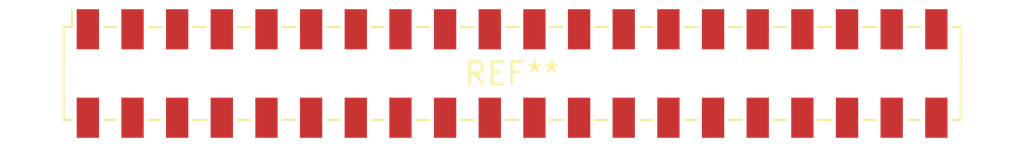
<source format=kicad_pcb>
(kicad_pcb (version 20240108) (generator pcbnew)
  (layers (0 "F.Cu" signal) (31 "B.Cu" signal) (34 "B.Paste" user) (35 "F.Paste" user) (36 "B.SilkS" user "B.Silkscreen") (37 "F.SilkS" user "F.Silkscreen") (38 "B.Mask" user) (39 "F.Mask" user) (44 "Edge.Cuts" user))
  (net 0 "")
  (footprint "Samtec_HLE-120-02-xxx-DV-A_2x20_P2.54mm_Horizontal" (layer "F.Cu") (at 0 0)
    (property "Reference" "REF**")
    (property "Value" "Samtec_HLE-120-02-xxx-DV-A_2x20_P2.54mm_Horizontal")
    (fp_line (start -25.51 -2.65) (end -25.51 2.65) (layer "F.SilkS") (stroke (width 0.12)))
    (fp_line (start -25.51 2.65) (end -25.025 2.65) (layer "F.SilkS") (stroke (width 0.12)))
    (fp_line (start -25.025 -3.67) (end -25.025 -2.65) (layer "F.SilkS") (stroke (width 0.12)))
    (fp_line (start -25.025 -2.65) (end -25.51 -2.65) (layer "F.SilkS") (stroke (width 0.12)))
    (fp_line (start -23.235 -2.65) (end -22.485 -2.65) (layer "F.SilkS") (stroke (width 0.12)))
    (fp_line (start -23.235 2.65) (end -22.485 2.65) (layer "F.SilkS") (stroke (width 0.12)))
    (fp_line (start -20.695 -2.65) (end -19.945 -2.65) (layer "F.SilkS") (stroke (width 0.12)))
    (fp_line (start -20.695 2.65) (end -19.945 2.65) (layer "F.SilkS") (stroke (width 0.12)))
    (fp_line (start -18.155 -2.65) (end -17.405 -2.65) (layer "F.SilkS") (stroke (width 0.12)))
    (fp_line (start -18.155 2.65) (end -17.405 2.65) (layer "F.SilkS") (stroke (width 0.12)))
    (fp_line (start -15.615 -2.65) (end -14.865 -2.65) (layer "F.SilkS") (stroke (width 0.12)))
    (fp_line (start -15.615 2.65) (end -14.865 2.65) (layer "F.SilkS") (stroke (width 0.12)))
    (fp_line (start -13.075 -2.65) (end -12.325 -2.65) (layer "F.SilkS") (stroke (width 0.12)))
    (fp_line (start -13.075 2.65) (end -12.325 2.65) (layer "F.SilkS") (stroke (width 0.12)))
    (fp_line (start -10.535 -2.65) (end -9.785 -2.65) (layer "F.SilkS") (stroke (width 0.12)))
    (fp_line (start -10.535 2.65) (end -9.785 2.65) (layer "F.SilkS") (stroke (width 0.12)))
    (fp_line (start -7.995 -2.65) (end -7.245 -2.65) (layer "F.SilkS") (stroke (width 0.12)))
    (fp_line (start -7.995 2.65) (end -7.245 2.65) (layer "F.SilkS") (stroke (width 0.12)))
    (fp_line (start -5.455 -2.65) (end -4.705 -2.65) (layer "F.SilkS") (stroke (width 0.12)))
    (fp_line (start -5.455 2.65) (end -4.705 2.65) (layer "F.SilkS") (stroke (width 0.12)))
    (fp_line (start -2.915 -2.65) (end -2.165 -2.65) (layer "F.SilkS") (stroke (width 0.12)))
    (fp_line (start -2.915 2.65) (end -2.165 2.65) (layer "F.SilkS") (stroke (width 0.12)))
    (fp_line (start -0.375 -2.65) (end 0.375 -2.65) (layer "F.SilkS") (stroke (width 0.12)))
    (fp_line (start -0.375 2.65) (end 0.375 2.65) (layer "F.SilkS") (stroke (width 0.12)))
    (fp_line (start 2.165 -2.65) (end 2.915 -2.65) (layer "F.SilkS") (stroke (width 0.12)))
    (fp_line (start 2.165 2.65) (end 2.915 2.65) (layer "F.SilkS") (stroke (width 0.12)))
    (fp_line (start 4.705 -2.65) (end 5.455 -2.65) (layer "F.SilkS") (stroke (width 0.12)))
    (fp_line (start 4.705 2.65) (end 5.455 2.65) (layer "F.SilkS") (stroke (width 0.12)))
    (fp_line (start 7.245 -2.65) (end 7.995 -2.65) (layer "F.SilkS") (stroke (width 0.12)))
    (fp_line (start 7.245 2.65) (end 7.995 2.65) (layer "F.SilkS") (stroke (width 0.12)))
    (fp_line (start 9.785 -2.65) (end 10.535 -2.65) (layer "F.SilkS") (stroke (width 0.12)))
    (fp_line (start 9.785 2.65) (end 10.535 2.65) (layer "F.SilkS") (stroke (width 0.12)))
    (fp_line (start 12.325 -2.65) (end 13.075 -2.65) (layer "F.SilkS") (stroke (width 0.12)))
    (fp_line (start 12.325 2.65) (end 13.075 2.65) (layer "F.SilkS") (stroke (width 0.12)))
    (fp_line (start 14.865 -2.65) (end 15.615 -2.65) (layer "F.SilkS") (stroke (width 0.12)))
    (fp_line (start 14.865 2.65) (end 15.615 2.65) (layer "F.SilkS") (stroke (width 0.12)))
    (fp_line (start 17.405 -2.65) (end 18.155 -2.65) (layer "F.SilkS") (stroke (width 0.12)))
    (fp_line (start 17.405 2.65) (end 18.155 2.65) (layer "F.SilkS") (stroke (width 0.12)))
    (fp_line (start 19.945 -2.65) (end 20.695 -2.65) (layer "F.SilkS") (stroke (width 0.12)))
    (fp_line (start 19.945 2.65) (end 20.695 2.65) (layer "F.SilkS") (stroke (width 0.12)))
    (fp_line (start 22.485 -2.65) (end 23.235 -2.65) (layer "F.SilkS") (stroke (width 0.12)))
    (fp_line (start 22.485 2.65) (end 23.235 2.65) (layer "F.SilkS") (stroke (width 0.12)))
    (fp_line (start 25.025 -2.65) (end 25.51 -2.65) (layer "F.SilkS") (stroke (width 0.12)))
    (fp_line (start 25.51 -2.65) (end 25.51 2.65) (layer "F.SilkS") (stroke (width 0.12)))
    (fp_line (start 25.51 2.65) (end 25.025 2.65) (layer "F.SilkS") (stroke (width 0.12)))
    (pad "" np_thru_hole circle (at -22.86 0) (size 1.78 1.78) (drill 1.78) (layers *.Cu *.Mask))
    (pad "" np_thru_hole circle (at 22.86 0) (size 1.78 1.78) (drill 1.78) (layers *.Cu *.Mask))
    (pad "1" smd rect (at -24.13 -2.525) (size 1.27 2.29) (layers "F.Cu" "F.Paste" "F.Mask"))
    (pad "2" smd rect (at -24.13 2.525) (size 1.27 2.29) (layers "F.Cu" "F.Paste" "F.Mask"))
    (pad "3" smd rect (at -21.59 -2.525) (size 1.27 2.29) (layers "F.Cu" "F.Paste" "F.Mask"))
    (pad "4" smd rect (at -21.59 2.525) (size 1.27 2.29) (layers "F.Cu" "F.Paste" "F.Mask"))
    (pad "5" smd rect (at -19.05 -2.525) (size 1.27 2.29) (layers "F.Cu" "F.Paste" "F.Mask"))
    (pad "6" smd rect (at -19.05 2.525) (size 1.27 2.29) (layers "F.Cu" "F.Paste" "F.Mask"))
    (pad "7" smd rect (at -16.51 -2.525) (size 1.27 2.29) (layers "F.Cu" "F.Paste" "F.Mask"))
    (pad "8" smd rect (at -16.51 2.525) (size 1.27 2.29) (layers "F.Cu" "F.Paste" "F.Mask"))
    (pad "9" smd rect (at -13.97 -2.525) (size 1.27 2.29) (layers "F.Cu" "F.Paste" "F.Mask"))
    (pad "10" smd rect (at -13.97 2.525) (size 1.27 2.29) (layers "F.Cu" "F.Paste" "F.Mask"))
    (pad "11" smd rect (at -11.43 -2.525) (size 1.27 2.29) (layers "F.Cu" "F.Paste" "F.Mask"))
    (pad "12" smd rect (at -11.43 2.525) (size 1.27 2.29) (layers "F.Cu" "F.Paste" "F.Mask"))
    (pad "13" smd rect (at -8.89 -2.525) (size 1.27 2.29) (layers "F.Cu" "F.Paste" "F.Mask"))
    (pad "14" smd rect (at -8.89 2.525) (size 1.27 2.29) (layers "F.Cu" "F.Paste" "F.Mask"))
    (pad "15" smd rect (at -6.35 -2.525) (size 1.27 2.29) (layers "F.Cu" "F.Paste" "F.Mask"))
    (pad "16" smd rect (at -6.35 2.525) (size 1.27 2.29) (layers "F.Cu" "F.Paste" "F.Mask"))
    (pad "17" smd rect (at -3.81 -2.525) (size 1.27 2.29) (layers "F.Cu" "F.Paste" "F.Mask"))
    (pad "18" smd rect (at -3.81 2.525) (size 1.27 2.29) (layers "F.Cu" "F.Paste" "F.Mask"))
    (pad "19" smd rect (at -1.27 -2.525) (size 1.27 2.29) (layers "F.Cu" "F.Paste" "F.Mask"))
    (pad "20" smd rect (at -1.27 2.525) (size 1.27 2.29) (layers "F.Cu" "F.Paste" "F.Mask"))
    (pad "21" smd rect (at 1.27 -2.525) (size 1.27 2.29) (layers "F.Cu" "F.Paste" "F.Mask"))
    (pad "22" smd rect (at 1.27 2.525) (size 1.27 2.29) (layers "F.Cu" "F.Paste" "F.Mask"))
    (pad "23" smd rect (at 3.81 -2.525) (size 1.27 2.29) (layers "F.Cu" "F.Paste" "F.Mask"))
    (pad "24" smd rect (at 3.81 2.525) (size 1.27 2.29) (layers "F.Cu" "F.Paste" "F.Mask"))
    (pad "25" smd rect (at 6.35 -2.525) (size 1.27 2.29) (layers "F.Cu" "F.Paste" "F.Mask"))
    (pad "26" smd rect (at 6.35 2.525) (size 1.27 2.29) (layers "F.Cu" "F.Paste" "F.Mask"))
    (pad "27" smd rect (at 8.89 -2.525) (size 1.27 2.29) (layers "F.Cu" "F.Paste" "F.Mask"))
    (pad "28" smd rect (at 8.89 2.525) (size 1.27 2.29) (layers "F.Cu" "F.Paste" "F.Mask"))
    (pad "29" smd rect (at 11.43 -2.525) (size 1.27 2.29) (layers "F.Cu" "F.Paste" "F.Mask"))
    (pad "30" smd rect (at 11.43 2.525) (size 1.27 2.29) (layers "F.Cu" "F.Paste" "F.Mask"))
    (pad "31" smd rect (at 13.97 -2.525) (size 1.27 2.29) (layers "F.Cu" "F.Paste" "F.Mask"))
    (pad "32" smd rect (at 13.97 2.525) (size 1.27 2.29) (layers "F.Cu" "F.Paste" "F.Mask"))
    (pad "33" smd rect (at 16.51 -2.525) (size 1.27 2.29) (layers "F.Cu" "F.Paste" "F.Mask"))
    (pad "34" smd rect (at 16.51 2.525) (size 1.27 2.29) (layers "F.Cu" "F.Paste" "F.Mask"))
    (pad "35" smd rect (at 19.05 -2.525) (size 1.27 2.29) (layers "F.Cu" "F.Paste" "F.Mask"))
    (pad "36" smd rect (at 19.05 2.525) (size 1.27 2.29) (layers "F.Cu" "F.Paste" "F.Mask"))
    (pad "37" smd rect (at 21.59 -2.525) (size 1.27 2.29) (layers "F.Cu" "F.Paste" "F.Mask"))
    (pad "38" smd rect (at 21.59 2.525) (size 1.27 2.29) (layers "F.Cu" "F.Paste" "F.Mask"))
    (pad "39" smd rect (at 24.13 -2.525) (size 1.27 2.29) (layers "F.Cu" "F.Paste" "F.Mask"))
    (pad "40" smd rect (at 24.13 2.525) (size 1.27 2.29) (layers "F.Cu" "F.Paste" "F.Mask"))
  )
)
</source>
